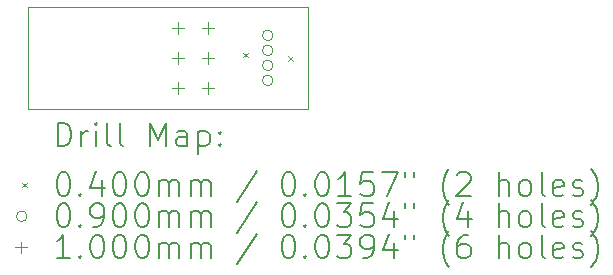
<source format=gbr>
%TF.GenerationSoftware,KiCad,Pcbnew,7.0.6*%
%TF.CreationDate,2024-05-07T00:55:21+03:00*%
%TF.ProjectId,board-led,626f6172-642d-46c6-9564-2e6b69636164,rev?*%
%TF.SameCoordinates,Original*%
%TF.FileFunction,Drillmap*%
%TF.FilePolarity,Positive*%
%FSLAX45Y45*%
G04 Gerber Fmt 4.5, Leading zero omitted, Abs format (unit mm)*
G04 Created by KiCad (PCBNEW 7.0.6) date 2024-05-07 00:55:21*
%MOMM*%
%LPD*%
G01*
G04 APERTURE LIST*
%ADD10C,0.100000*%
%ADD11C,0.200000*%
%ADD12C,0.040000*%
%ADD13C,0.090000*%
G04 APERTURE END LIST*
D10*
X8636000Y-7442200D02*
X11010900Y-7442200D01*
X11010900Y-8305800D01*
X8636000Y-8305800D01*
X8636000Y-7442200D01*
D11*
D12*
X10460000Y-7830000D02*
X10500000Y-7870000D01*
X10500000Y-7830000D02*
X10460000Y-7870000D01*
X10840000Y-7860000D02*
X10880000Y-7900000D01*
X10880000Y-7860000D02*
X10840000Y-7900000D01*
D13*
X10713000Y-7683500D02*
G75*
G03*
X10713000Y-7683500I-45000J0D01*
G01*
X10713000Y-7810500D02*
G75*
G03*
X10713000Y-7810500I-45000J0D01*
G01*
X10713000Y-7937500D02*
G75*
G03*
X10713000Y-7937500I-45000J0D01*
G01*
X10713000Y-8064500D02*
G75*
G03*
X10713000Y-8064500I-45000J0D01*
G01*
D10*
X9906000Y-7570000D02*
X9906000Y-7670000D01*
X9856000Y-7620000D02*
X9956000Y-7620000D01*
X9906000Y-7824000D02*
X9906000Y-7924000D01*
X9856000Y-7874000D02*
X9956000Y-7874000D01*
X9906000Y-8078000D02*
X9906000Y-8178000D01*
X9856000Y-8128000D02*
X9956000Y-8128000D01*
X10160000Y-7570000D02*
X10160000Y-7670000D01*
X10110000Y-7620000D02*
X10210000Y-7620000D01*
X10160000Y-7824000D02*
X10160000Y-7924000D01*
X10110000Y-7874000D02*
X10210000Y-7874000D01*
X10160000Y-8078000D02*
X10160000Y-8178000D01*
X10110000Y-8128000D02*
X10210000Y-8128000D01*
D11*
X8891777Y-8622284D02*
X8891777Y-8422284D01*
X8891777Y-8422284D02*
X8939396Y-8422284D01*
X8939396Y-8422284D02*
X8967967Y-8431808D01*
X8967967Y-8431808D02*
X8987015Y-8450855D01*
X8987015Y-8450855D02*
X8996539Y-8469903D01*
X8996539Y-8469903D02*
X9006063Y-8507998D01*
X9006063Y-8507998D02*
X9006063Y-8536570D01*
X9006063Y-8536570D02*
X8996539Y-8574665D01*
X8996539Y-8574665D02*
X8987015Y-8593712D01*
X8987015Y-8593712D02*
X8967967Y-8612760D01*
X8967967Y-8612760D02*
X8939396Y-8622284D01*
X8939396Y-8622284D02*
X8891777Y-8622284D01*
X9091777Y-8622284D02*
X9091777Y-8488950D01*
X9091777Y-8527046D02*
X9101301Y-8507998D01*
X9101301Y-8507998D02*
X9110824Y-8498474D01*
X9110824Y-8498474D02*
X9129872Y-8488950D01*
X9129872Y-8488950D02*
X9148920Y-8488950D01*
X9215586Y-8622284D02*
X9215586Y-8488950D01*
X9215586Y-8422284D02*
X9206063Y-8431808D01*
X9206063Y-8431808D02*
X9215586Y-8441331D01*
X9215586Y-8441331D02*
X9225110Y-8431808D01*
X9225110Y-8431808D02*
X9215586Y-8422284D01*
X9215586Y-8422284D02*
X9215586Y-8441331D01*
X9339396Y-8622284D02*
X9320348Y-8612760D01*
X9320348Y-8612760D02*
X9310824Y-8593712D01*
X9310824Y-8593712D02*
X9310824Y-8422284D01*
X9444158Y-8622284D02*
X9425110Y-8612760D01*
X9425110Y-8612760D02*
X9415586Y-8593712D01*
X9415586Y-8593712D02*
X9415586Y-8422284D01*
X9672729Y-8622284D02*
X9672729Y-8422284D01*
X9672729Y-8422284D02*
X9739396Y-8565141D01*
X9739396Y-8565141D02*
X9806063Y-8422284D01*
X9806063Y-8422284D02*
X9806063Y-8622284D01*
X9987015Y-8622284D02*
X9987015Y-8517522D01*
X9987015Y-8517522D02*
X9977491Y-8498474D01*
X9977491Y-8498474D02*
X9958444Y-8488950D01*
X9958444Y-8488950D02*
X9920348Y-8488950D01*
X9920348Y-8488950D02*
X9901301Y-8498474D01*
X9987015Y-8612760D02*
X9967967Y-8622284D01*
X9967967Y-8622284D02*
X9920348Y-8622284D01*
X9920348Y-8622284D02*
X9901301Y-8612760D01*
X9901301Y-8612760D02*
X9891777Y-8593712D01*
X9891777Y-8593712D02*
X9891777Y-8574665D01*
X9891777Y-8574665D02*
X9901301Y-8555617D01*
X9901301Y-8555617D02*
X9920348Y-8546093D01*
X9920348Y-8546093D02*
X9967967Y-8546093D01*
X9967967Y-8546093D02*
X9987015Y-8536570D01*
X10082253Y-8488950D02*
X10082253Y-8688950D01*
X10082253Y-8498474D02*
X10101301Y-8488950D01*
X10101301Y-8488950D02*
X10139396Y-8488950D01*
X10139396Y-8488950D02*
X10158444Y-8498474D01*
X10158444Y-8498474D02*
X10167967Y-8507998D01*
X10167967Y-8507998D02*
X10177491Y-8527046D01*
X10177491Y-8527046D02*
X10177491Y-8584189D01*
X10177491Y-8584189D02*
X10167967Y-8603236D01*
X10167967Y-8603236D02*
X10158444Y-8612760D01*
X10158444Y-8612760D02*
X10139396Y-8622284D01*
X10139396Y-8622284D02*
X10101301Y-8622284D01*
X10101301Y-8622284D02*
X10082253Y-8612760D01*
X10263205Y-8603236D02*
X10272729Y-8612760D01*
X10272729Y-8612760D02*
X10263205Y-8622284D01*
X10263205Y-8622284D02*
X10253682Y-8612760D01*
X10253682Y-8612760D02*
X10263205Y-8603236D01*
X10263205Y-8603236D02*
X10263205Y-8622284D01*
X10263205Y-8498474D02*
X10272729Y-8507998D01*
X10272729Y-8507998D02*
X10263205Y-8517522D01*
X10263205Y-8517522D02*
X10253682Y-8507998D01*
X10253682Y-8507998D02*
X10263205Y-8498474D01*
X10263205Y-8498474D02*
X10263205Y-8517522D01*
D12*
X8591000Y-8930800D02*
X8631000Y-8970800D01*
X8631000Y-8930800D02*
X8591000Y-8970800D01*
D11*
X8929872Y-8842284D02*
X8948920Y-8842284D01*
X8948920Y-8842284D02*
X8967967Y-8851808D01*
X8967967Y-8851808D02*
X8977491Y-8861331D01*
X8977491Y-8861331D02*
X8987015Y-8880379D01*
X8987015Y-8880379D02*
X8996539Y-8918474D01*
X8996539Y-8918474D02*
X8996539Y-8966093D01*
X8996539Y-8966093D02*
X8987015Y-9004189D01*
X8987015Y-9004189D02*
X8977491Y-9023236D01*
X8977491Y-9023236D02*
X8967967Y-9032760D01*
X8967967Y-9032760D02*
X8948920Y-9042284D01*
X8948920Y-9042284D02*
X8929872Y-9042284D01*
X8929872Y-9042284D02*
X8910824Y-9032760D01*
X8910824Y-9032760D02*
X8901301Y-9023236D01*
X8901301Y-9023236D02*
X8891777Y-9004189D01*
X8891777Y-9004189D02*
X8882253Y-8966093D01*
X8882253Y-8966093D02*
X8882253Y-8918474D01*
X8882253Y-8918474D02*
X8891777Y-8880379D01*
X8891777Y-8880379D02*
X8901301Y-8861331D01*
X8901301Y-8861331D02*
X8910824Y-8851808D01*
X8910824Y-8851808D02*
X8929872Y-8842284D01*
X9082253Y-9023236D02*
X9091777Y-9032760D01*
X9091777Y-9032760D02*
X9082253Y-9042284D01*
X9082253Y-9042284D02*
X9072729Y-9032760D01*
X9072729Y-9032760D02*
X9082253Y-9023236D01*
X9082253Y-9023236D02*
X9082253Y-9042284D01*
X9263205Y-8908950D02*
X9263205Y-9042284D01*
X9215586Y-8832760D02*
X9167967Y-8975617D01*
X9167967Y-8975617D02*
X9291777Y-8975617D01*
X9406063Y-8842284D02*
X9425110Y-8842284D01*
X9425110Y-8842284D02*
X9444158Y-8851808D01*
X9444158Y-8851808D02*
X9453682Y-8861331D01*
X9453682Y-8861331D02*
X9463205Y-8880379D01*
X9463205Y-8880379D02*
X9472729Y-8918474D01*
X9472729Y-8918474D02*
X9472729Y-8966093D01*
X9472729Y-8966093D02*
X9463205Y-9004189D01*
X9463205Y-9004189D02*
X9453682Y-9023236D01*
X9453682Y-9023236D02*
X9444158Y-9032760D01*
X9444158Y-9032760D02*
X9425110Y-9042284D01*
X9425110Y-9042284D02*
X9406063Y-9042284D01*
X9406063Y-9042284D02*
X9387015Y-9032760D01*
X9387015Y-9032760D02*
X9377491Y-9023236D01*
X9377491Y-9023236D02*
X9367967Y-9004189D01*
X9367967Y-9004189D02*
X9358444Y-8966093D01*
X9358444Y-8966093D02*
X9358444Y-8918474D01*
X9358444Y-8918474D02*
X9367967Y-8880379D01*
X9367967Y-8880379D02*
X9377491Y-8861331D01*
X9377491Y-8861331D02*
X9387015Y-8851808D01*
X9387015Y-8851808D02*
X9406063Y-8842284D01*
X9596539Y-8842284D02*
X9615586Y-8842284D01*
X9615586Y-8842284D02*
X9634634Y-8851808D01*
X9634634Y-8851808D02*
X9644158Y-8861331D01*
X9644158Y-8861331D02*
X9653682Y-8880379D01*
X9653682Y-8880379D02*
X9663205Y-8918474D01*
X9663205Y-8918474D02*
X9663205Y-8966093D01*
X9663205Y-8966093D02*
X9653682Y-9004189D01*
X9653682Y-9004189D02*
X9644158Y-9023236D01*
X9644158Y-9023236D02*
X9634634Y-9032760D01*
X9634634Y-9032760D02*
X9615586Y-9042284D01*
X9615586Y-9042284D02*
X9596539Y-9042284D01*
X9596539Y-9042284D02*
X9577491Y-9032760D01*
X9577491Y-9032760D02*
X9567967Y-9023236D01*
X9567967Y-9023236D02*
X9558444Y-9004189D01*
X9558444Y-9004189D02*
X9548920Y-8966093D01*
X9548920Y-8966093D02*
X9548920Y-8918474D01*
X9548920Y-8918474D02*
X9558444Y-8880379D01*
X9558444Y-8880379D02*
X9567967Y-8861331D01*
X9567967Y-8861331D02*
X9577491Y-8851808D01*
X9577491Y-8851808D02*
X9596539Y-8842284D01*
X9748920Y-9042284D02*
X9748920Y-8908950D01*
X9748920Y-8927998D02*
X9758444Y-8918474D01*
X9758444Y-8918474D02*
X9777491Y-8908950D01*
X9777491Y-8908950D02*
X9806063Y-8908950D01*
X9806063Y-8908950D02*
X9825110Y-8918474D01*
X9825110Y-8918474D02*
X9834634Y-8937522D01*
X9834634Y-8937522D02*
X9834634Y-9042284D01*
X9834634Y-8937522D02*
X9844158Y-8918474D01*
X9844158Y-8918474D02*
X9863205Y-8908950D01*
X9863205Y-8908950D02*
X9891777Y-8908950D01*
X9891777Y-8908950D02*
X9910825Y-8918474D01*
X9910825Y-8918474D02*
X9920348Y-8937522D01*
X9920348Y-8937522D02*
X9920348Y-9042284D01*
X10015586Y-9042284D02*
X10015586Y-8908950D01*
X10015586Y-8927998D02*
X10025110Y-8918474D01*
X10025110Y-8918474D02*
X10044158Y-8908950D01*
X10044158Y-8908950D02*
X10072729Y-8908950D01*
X10072729Y-8908950D02*
X10091777Y-8918474D01*
X10091777Y-8918474D02*
X10101301Y-8937522D01*
X10101301Y-8937522D02*
X10101301Y-9042284D01*
X10101301Y-8937522D02*
X10110825Y-8918474D01*
X10110825Y-8918474D02*
X10129872Y-8908950D01*
X10129872Y-8908950D02*
X10158444Y-8908950D01*
X10158444Y-8908950D02*
X10177491Y-8918474D01*
X10177491Y-8918474D02*
X10187015Y-8937522D01*
X10187015Y-8937522D02*
X10187015Y-9042284D01*
X10577491Y-8832760D02*
X10406063Y-9089903D01*
X10834634Y-8842284D02*
X10853682Y-8842284D01*
X10853682Y-8842284D02*
X10872729Y-8851808D01*
X10872729Y-8851808D02*
X10882253Y-8861331D01*
X10882253Y-8861331D02*
X10891777Y-8880379D01*
X10891777Y-8880379D02*
X10901301Y-8918474D01*
X10901301Y-8918474D02*
X10901301Y-8966093D01*
X10901301Y-8966093D02*
X10891777Y-9004189D01*
X10891777Y-9004189D02*
X10882253Y-9023236D01*
X10882253Y-9023236D02*
X10872729Y-9032760D01*
X10872729Y-9032760D02*
X10853682Y-9042284D01*
X10853682Y-9042284D02*
X10834634Y-9042284D01*
X10834634Y-9042284D02*
X10815587Y-9032760D01*
X10815587Y-9032760D02*
X10806063Y-9023236D01*
X10806063Y-9023236D02*
X10796539Y-9004189D01*
X10796539Y-9004189D02*
X10787015Y-8966093D01*
X10787015Y-8966093D02*
X10787015Y-8918474D01*
X10787015Y-8918474D02*
X10796539Y-8880379D01*
X10796539Y-8880379D02*
X10806063Y-8861331D01*
X10806063Y-8861331D02*
X10815587Y-8851808D01*
X10815587Y-8851808D02*
X10834634Y-8842284D01*
X10987015Y-9023236D02*
X10996539Y-9032760D01*
X10996539Y-9032760D02*
X10987015Y-9042284D01*
X10987015Y-9042284D02*
X10977491Y-9032760D01*
X10977491Y-9032760D02*
X10987015Y-9023236D01*
X10987015Y-9023236D02*
X10987015Y-9042284D01*
X11120348Y-8842284D02*
X11139396Y-8842284D01*
X11139396Y-8842284D02*
X11158444Y-8851808D01*
X11158444Y-8851808D02*
X11167968Y-8861331D01*
X11167968Y-8861331D02*
X11177491Y-8880379D01*
X11177491Y-8880379D02*
X11187015Y-8918474D01*
X11187015Y-8918474D02*
X11187015Y-8966093D01*
X11187015Y-8966093D02*
X11177491Y-9004189D01*
X11177491Y-9004189D02*
X11167968Y-9023236D01*
X11167968Y-9023236D02*
X11158444Y-9032760D01*
X11158444Y-9032760D02*
X11139396Y-9042284D01*
X11139396Y-9042284D02*
X11120348Y-9042284D01*
X11120348Y-9042284D02*
X11101301Y-9032760D01*
X11101301Y-9032760D02*
X11091777Y-9023236D01*
X11091777Y-9023236D02*
X11082253Y-9004189D01*
X11082253Y-9004189D02*
X11072729Y-8966093D01*
X11072729Y-8966093D02*
X11072729Y-8918474D01*
X11072729Y-8918474D02*
X11082253Y-8880379D01*
X11082253Y-8880379D02*
X11091777Y-8861331D01*
X11091777Y-8861331D02*
X11101301Y-8851808D01*
X11101301Y-8851808D02*
X11120348Y-8842284D01*
X11377491Y-9042284D02*
X11263206Y-9042284D01*
X11320348Y-9042284D02*
X11320348Y-8842284D01*
X11320348Y-8842284D02*
X11301301Y-8870855D01*
X11301301Y-8870855D02*
X11282253Y-8889903D01*
X11282253Y-8889903D02*
X11263206Y-8899427D01*
X11558444Y-8842284D02*
X11463206Y-8842284D01*
X11463206Y-8842284D02*
X11453682Y-8937522D01*
X11453682Y-8937522D02*
X11463206Y-8927998D01*
X11463206Y-8927998D02*
X11482253Y-8918474D01*
X11482253Y-8918474D02*
X11529872Y-8918474D01*
X11529872Y-8918474D02*
X11548920Y-8927998D01*
X11548920Y-8927998D02*
X11558444Y-8937522D01*
X11558444Y-8937522D02*
X11567967Y-8956570D01*
X11567967Y-8956570D02*
X11567967Y-9004189D01*
X11567967Y-9004189D02*
X11558444Y-9023236D01*
X11558444Y-9023236D02*
X11548920Y-9032760D01*
X11548920Y-9032760D02*
X11529872Y-9042284D01*
X11529872Y-9042284D02*
X11482253Y-9042284D01*
X11482253Y-9042284D02*
X11463206Y-9032760D01*
X11463206Y-9032760D02*
X11453682Y-9023236D01*
X11634634Y-8842284D02*
X11767967Y-8842284D01*
X11767967Y-8842284D02*
X11682253Y-9042284D01*
X11834634Y-8842284D02*
X11834634Y-8880379D01*
X11910825Y-8842284D02*
X11910825Y-8880379D01*
X12206063Y-9118474D02*
X12196539Y-9108950D01*
X12196539Y-9108950D02*
X12177491Y-9080379D01*
X12177491Y-9080379D02*
X12167968Y-9061331D01*
X12167968Y-9061331D02*
X12158444Y-9032760D01*
X12158444Y-9032760D02*
X12148920Y-8985141D01*
X12148920Y-8985141D02*
X12148920Y-8947046D01*
X12148920Y-8947046D02*
X12158444Y-8899427D01*
X12158444Y-8899427D02*
X12167968Y-8870855D01*
X12167968Y-8870855D02*
X12177491Y-8851808D01*
X12177491Y-8851808D02*
X12196539Y-8823236D01*
X12196539Y-8823236D02*
X12206063Y-8813712D01*
X12272729Y-8861331D02*
X12282253Y-8851808D01*
X12282253Y-8851808D02*
X12301301Y-8842284D01*
X12301301Y-8842284D02*
X12348920Y-8842284D01*
X12348920Y-8842284D02*
X12367968Y-8851808D01*
X12367968Y-8851808D02*
X12377491Y-8861331D01*
X12377491Y-8861331D02*
X12387015Y-8880379D01*
X12387015Y-8880379D02*
X12387015Y-8899427D01*
X12387015Y-8899427D02*
X12377491Y-8927998D01*
X12377491Y-8927998D02*
X12263206Y-9042284D01*
X12263206Y-9042284D02*
X12387015Y-9042284D01*
X12625110Y-9042284D02*
X12625110Y-8842284D01*
X12710825Y-9042284D02*
X12710825Y-8937522D01*
X12710825Y-8937522D02*
X12701301Y-8918474D01*
X12701301Y-8918474D02*
X12682253Y-8908950D01*
X12682253Y-8908950D02*
X12653682Y-8908950D01*
X12653682Y-8908950D02*
X12634634Y-8918474D01*
X12634634Y-8918474D02*
X12625110Y-8927998D01*
X12834634Y-9042284D02*
X12815587Y-9032760D01*
X12815587Y-9032760D02*
X12806063Y-9023236D01*
X12806063Y-9023236D02*
X12796539Y-9004189D01*
X12796539Y-9004189D02*
X12796539Y-8947046D01*
X12796539Y-8947046D02*
X12806063Y-8927998D01*
X12806063Y-8927998D02*
X12815587Y-8918474D01*
X12815587Y-8918474D02*
X12834634Y-8908950D01*
X12834634Y-8908950D02*
X12863206Y-8908950D01*
X12863206Y-8908950D02*
X12882253Y-8918474D01*
X12882253Y-8918474D02*
X12891777Y-8927998D01*
X12891777Y-8927998D02*
X12901301Y-8947046D01*
X12901301Y-8947046D02*
X12901301Y-9004189D01*
X12901301Y-9004189D02*
X12891777Y-9023236D01*
X12891777Y-9023236D02*
X12882253Y-9032760D01*
X12882253Y-9032760D02*
X12863206Y-9042284D01*
X12863206Y-9042284D02*
X12834634Y-9042284D01*
X13015587Y-9042284D02*
X12996539Y-9032760D01*
X12996539Y-9032760D02*
X12987015Y-9013712D01*
X12987015Y-9013712D02*
X12987015Y-8842284D01*
X13167968Y-9032760D02*
X13148920Y-9042284D01*
X13148920Y-9042284D02*
X13110825Y-9042284D01*
X13110825Y-9042284D02*
X13091777Y-9032760D01*
X13091777Y-9032760D02*
X13082253Y-9013712D01*
X13082253Y-9013712D02*
X13082253Y-8937522D01*
X13082253Y-8937522D02*
X13091777Y-8918474D01*
X13091777Y-8918474D02*
X13110825Y-8908950D01*
X13110825Y-8908950D02*
X13148920Y-8908950D01*
X13148920Y-8908950D02*
X13167968Y-8918474D01*
X13167968Y-8918474D02*
X13177491Y-8937522D01*
X13177491Y-8937522D02*
X13177491Y-8956570D01*
X13177491Y-8956570D02*
X13082253Y-8975617D01*
X13253682Y-9032760D02*
X13272730Y-9042284D01*
X13272730Y-9042284D02*
X13310825Y-9042284D01*
X13310825Y-9042284D02*
X13329872Y-9032760D01*
X13329872Y-9032760D02*
X13339396Y-9013712D01*
X13339396Y-9013712D02*
X13339396Y-9004189D01*
X13339396Y-9004189D02*
X13329872Y-8985141D01*
X13329872Y-8985141D02*
X13310825Y-8975617D01*
X13310825Y-8975617D02*
X13282253Y-8975617D01*
X13282253Y-8975617D02*
X13263206Y-8966093D01*
X13263206Y-8966093D02*
X13253682Y-8947046D01*
X13253682Y-8947046D02*
X13253682Y-8937522D01*
X13253682Y-8937522D02*
X13263206Y-8918474D01*
X13263206Y-8918474D02*
X13282253Y-8908950D01*
X13282253Y-8908950D02*
X13310825Y-8908950D01*
X13310825Y-8908950D02*
X13329872Y-8918474D01*
X13406063Y-9118474D02*
X13415587Y-9108950D01*
X13415587Y-9108950D02*
X13434634Y-9080379D01*
X13434634Y-9080379D02*
X13444158Y-9061331D01*
X13444158Y-9061331D02*
X13453682Y-9032760D01*
X13453682Y-9032760D02*
X13463206Y-8985141D01*
X13463206Y-8985141D02*
X13463206Y-8947046D01*
X13463206Y-8947046D02*
X13453682Y-8899427D01*
X13453682Y-8899427D02*
X13444158Y-8870855D01*
X13444158Y-8870855D02*
X13434634Y-8851808D01*
X13434634Y-8851808D02*
X13415587Y-8823236D01*
X13415587Y-8823236D02*
X13406063Y-8813712D01*
D13*
X8631000Y-9214800D02*
G75*
G03*
X8631000Y-9214800I-45000J0D01*
G01*
D11*
X8929872Y-9106284D02*
X8948920Y-9106284D01*
X8948920Y-9106284D02*
X8967967Y-9115808D01*
X8967967Y-9115808D02*
X8977491Y-9125331D01*
X8977491Y-9125331D02*
X8987015Y-9144379D01*
X8987015Y-9144379D02*
X8996539Y-9182474D01*
X8996539Y-9182474D02*
X8996539Y-9230093D01*
X8996539Y-9230093D02*
X8987015Y-9268189D01*
X8987015Y-9268189D02*
X8977491Y-9287236D01*
X8977491Y-9287236D02*
X8967967Y-9296760D01*
X8967967Y-9296760D02*
X8948920Y-9306284D01*
X8948920Y-9306284D02*
X8929872Y-9306284D01*
X8929872Y-9306284D02*
X8910824Y-9296760D01*
X8910824Y-9296760D02*
X8901301Y-9287236D01*
X8901301Y-9287236D02*
X8891777Y-9268189D01*
X8891777Y-9268189D02*
X8882253Y-9230093D01*
X8882253Y-9230093D02*
X8882253Y-9182474D01*
X8882253Y-9182474D02*
X8891777Y-9144379D01*
X8891777Y-9144379D02*
X8901301Y-9125331D01*
X8901301Y-9125331D02*
X8910824Y-9115808D01*
X8910824Y-9115808D02*
X8929872Y-9106284D01*
X9082253Y-9287236D02*
X9091777Y-9296760D01*
X9091777Y-9296760D02*
X9082253Y-9306284D01*
X9082253Y-9306284D02*
X9072729Y-9296760D01*
X9072729Y-9296760D02*
X9082253Y-9287236D01*
X9082253Y-9287236D02*
X9082253Y-9306284D01*
X9187015Y-9306284D02*
X9225110Y-9306284D01*
X9225110Y-9306284D02*
X9244158Y-9296760D01*
X9244158Y-9296760D02*
X9253682Y-9287236D01*
X9253682Y-9287236D02*
X9272729Y-9258665D01*
X9272729Y-9258665D02*
X9282253Y-9220570D01*
X9282253Y-9220570D02*
X9282253Y-9144379D01*
X9282253Y-9144379D02*
X9272729Y-9125331D01*
X9272729Y-9125331D02*
X9263205Y-9115808D01*
X9263205Y-9115808D02*
X9244158Y-9106284D01*
X9244158Y-9106284D02*
X9206063Y-9106284D01*
X9206063Y-9106284D02*
X9187015Y-9115808D01*
X9187015Y-9115808D02*
X9177491Y-9125331D01*
X9177491Y-9125331D02*
X9167967Y-9144379D01*
X9167967Y-9144379D02*
X9167967Y-9191998D01*
X9167967Y-9191998D02*
X9177491Y-9211046D01*
X9177491Y-9211046D02*
X9187015Y-9220570D01*
X9187015Y-9220570D02*
X9206063Y-9230093D01*
X9206063Y-9230093D02*
X9244158Y-9230093D01*
X9244158Y-9230093D02*
X9263205Y-9220570D01*
X9263205Y-9220570D02*
X9272729Y-9211046D01*
X9272729Y-9211046D02*
X9282253Y-9191998D01*
X9406063Y-9106284D02*
X9425110Y-9106284D01*
X9425110Y-9106284D02*
X9444158Y-9115808D01*
X9444158Y-9115808D02*
X9453682Y-9125331D01*
X9453682Y-9125331D02*
X9463205Y-9144379D01*
X9463205Y-9144379D02*
X9472729Y-9182474D01*
X9472729Y-9182474D02*
X9472729Y-9230093D01*
X9472729Y-9230093D02*
X9463205Y-9268189D01*
X9463205Y-9268189D02*
X9453682Y-9287236D01*
X9453682Y-9287236D02*
X9444158Y-9296760D01*
X9444158Y-9296760D02*
X9425110Y-9306284D01*
X9425110Y-9306284D02*
X9406063Y-9306284D01*
X9406063Y-9306284D02*
X9387015Y-9296760D01*
X9387015Y-9296760D02*
X9377491Y-9287236D01*
X9377491Y-9287236D02*
X9367967Y-9268189D01*
X9367967Y-9268189D02*
X9358444Y-9230093D01*
X9358444Y-9230093D02*
X9358444Y-9182474D01*
X9358444Y-9182474D02*
X9367967Y-9144379D01*
X9367967Y-9144379D02*
X9377491Y-9125331D01*
X9377491Y-9125331D02*
X9387015Y-9115808D01*
X9387015Y-9115808D02*
X9406063Y-9106284D01*
X9596539Y-9106284D02*
X9615586Y-9106284D01*
X9615586Y-9106284D02*
X9634634Y-9115808D01*
X9634634Y-9115808D02*
X9644158Y-9125331D01*
X9644158Y-9125331D02*
X9653682Y-9144379D01*
X9653682Y-9144379D02*
X9663205Y-9182474D01*
X9663205Y-9182474D02*
X9663205Y-9230093D01*
X9663205Y-9230093D02*
X9653682Y-9268189D01*
X9653682Y-9268189D02*
X9644158Y-9287236D01*
X9644158Y-9287236D02*
X9634634Y-9296760D01*
X9634634Y-9296760D02*
X9615586Y-9306284D01*
X9615586Y-9306284D02*
X9596539Y-9306284D01*
X9596539Y-9306284D02*
X9577491Y-9296760D01*
X9577491Y-9296760D02*
X9567967Y-9287236D01*
X9567967Y-9287236D02*
X9558444Y-9268189D01*
X9558444Y-9268189D02*
X9548920Y-9230093D01*
X9548920Y-9230093D02*
X9548920Y-9182474D01*
X9548920Y-9182474D02*
X9558444Y-9144379D01*
X9558444Y-9144379D02*
X9567967Y-9125331D01*
X9567967Y-9125331D02*
X9577491Y-9115808D01*
X9577491Y-9115808D02*
X9596539Y-9106284D01*
X9748920Y-9306284D02*
X9748920Y-9172950D01*
X9748920Y-9191998D02*
X9758444Y-9182474D01*
X9758444Y-9182474D02*
X9777491Y-9172950D01*
X9777491Y-9172950D02*
X9806063Y-9172950D01*
X9806063Y-9172950D02*
X9825110Y-9182474D01*
X9825110Y-9182474D02*
X9834634Y-9201522D01*
X9834634Y-9201522D02*
X9834634Y-9306284D01*
X9834634Y-9201522D02*
X9844158Y-9182474D01*
X9844158Y-9182474D02*
X9863205Y-9172950D01*
X9863205Y-9172950D02*
X9891777Y-9172950D01*
X9891777Y-9172950D02*
X9910825Y-9182474D01*
X9910825Y-9182474D02*
X9920348Y-9201522D01*
X9920348Y-9201522D02*
X9920348Y-9306284D01*
X10015586Y-9306284D02*
X10015586Y-9172950D01*
X10015586Y-9191998D02*
X10025110Y-9182474D01*
X10025110Y-9182474D02*
X10044158Y-9172950D01*
X10044158Y-9172950D02*
X10072729Y-9172950D01*
X10072729Y-9172950D02*
X10091777Y-9182474D01*
X10091777Y-9182474D02*
X10101301Y-9201522D01*
X10101301Y-9201522D02*
X10101301Y-9306284D01*
X10101301Y-9201522D02*
X10110825Y-9182474D01*
X10110825Y-9182474D02*
X10129872Y-9172950D01*
X10129872Y-9172950D02*
X10158444Y-9172950D01*
X10158444Y-9172950D02*
X10177491Y-9182474D01*
X10177491Y-9182474D02*
X10187015Y-9201522D01*
X10187015Y-9201522D02*
X10187015Y-9306284D01*
X10577491Y-9096760D02*
X10406063Y-9353903D01*
X10834634Y-9106284D02*
X10853682Y-9106284D01*
X10853682Y-9106284D02*
X10872729Y-9115808D01*
X10872729Y-9115808D02*
X10882253Y-9125331D01*
X10882253Y-9125331D02*
X10891777Y-9144379D01*
X10891777Y-9144379D02*
X10901301Y-9182474D01*
X10901301Y-9182474D02*
X10901301Y-9230093D01*
X10901301Y-9230093D02*
X10891777Y-9268189D01*
X10891777Y-9268189D02*
X10882253Y-9287236D01*
X10882253Y-9287236D02*
X10872729Y-9296760D01*
X10872729Y-9296760D02*
X10853682Y-9306284D01*
X10853682Y-9306284D02*
X10834634Y-9306284D01*
X10834634Y-9306284D02*
X10815587Y-9296760D01*
X10815587Y-9296760D02*
X10806063Y-9287236D01*
X10806063Y-9287236D02*
X10796539Y-9268189D01*
X10796539Y-9268189D02*
X10787015Y-9230093D01*
X10787015Y-9230093D02*
X10787015Y-9182474D01*
X10787015Y-9182474D02*
X10796539Y-9144379D01*
X10796539Y-9144379D02*
X10806063Y-9125331D01*
X10806063Y-9125331D02*
X10815587Y-9115808D01*
X10815587Y-9115808D02*
X10834634Y-9106284D01*
X10987015Y-9287236D02*
X10996539Y-9296760D01*
X10996539Y-9296760D02*
X10987015Y-9306284D01*
X10987015Y-9306284D02*
X10977491Y-9296760D01*
X10977491Y-9296760D02*
X10987015Y-9287236D01*
X10987015Y-9287236D02*
X10987015Y-9306284D01*
X11120348Y-9106284D02*
X11139396Y-9106284D01*
X11139396Y-9106284D02*
X11158444Y-9115808D01*
X11158444Y-9115808D02*
X11167968Y-9125331D01*
X11167968Y-9125331D02*
X11177491Y-9144379D01*
X11177491Y-9144379D02*
X11187015Y-9182474D01*
X11187015Y-9182474D02*
X11187015Y-9230093D01*
X11187015Y-9230093D02*
X11177491Y-9268189D01*
X11177491Y-9268189D02*
X11167968Y-9287236D01*
X11167968Y-9287236D02*
X11158444Y-9296760D01*
X11158444Y-9296760D02*
X11139396Y-9306284D01*
X11139396Y-9306284D02*
X11120348Y-9306284D01*
X11120348Y-9306284D02*
X11101301Y-9296760D01*
X11101301Y-9296760D02*
X11091777Y-9287236D01*
X11091777Y-9287236D02*
X11082253Y-9268189D01*
X11082253Y-9268189D02*
X11072729Y-9230093D01*
X11072729Y-9230093D02*
X11072729Y-9182474D01*
X11072729Y-9182474D02*
X11082253Y-9144379D01*
X11082253Y-9144379D02*
X11091777Y-9125331D01*
X11091777Y-9125331D02*
X11101301Y-9115808D01*
X11101301Y-9115808D02*
X11120348Y-9106284D01*
X11253682Y-9106284D02*
X11377491Y-9106284D01*
X11377491Y-9106284D02*
X11310825Y-9182474D01*
X11310825Y-9182474D02*
X11339396Y-9182474D01*
X11339396Y-9182474D02*
X11358444Y-9191998D01*
X11358444Y-9191998D02*
X11367967Y-9201522D01*
X11367967Y-9201522D02*
X11377491Y-9220570D01*
X11377491Y-9220570D02*
X11377491Y-9268189D01*
X11377491Y-9268189D02*
X11367967Y-9287236D01*
X11367967Y-9287236D02*
X11358444Y-9296760D01*
X11358444Y-9296760D02*
X11339396Y-9306284D01*
X11339396Y-9306284D02*
X11282253Y-9306284D01*
X11282253Y-9306284D02*
X11263206Y-9296760D01*
X11263206Y-9296760D02*
X11253682Y-9287236D01*
X11558444Y-9106284D02*
X11463206Y-9106284D01*
X11463206Y-9106284D02*
X11453682Y-9201522D01*
X11453682Y-9201522D02*
X11463206Y-9191998D01*
X11463206Y-9191998D02*
X11482253Y-9182474D01*
X11482253Y-9182474D02*
X11529872Y-9182474D01*
X11529872Y-9182474D02*
X11548920Y-9191998D01*
X11548920Y-9191998D02*
X11558444Y-9201522D01*
X11558444Y-9201522D02*
X11567967Y-9220570D01*
X11567967Y-9220570D02*
X11567967Y-9268189D01*
X11567967Y-9268189D02*
X11558444Y-9287236D01*
X11558444Y-9287236D02*
X11548920Y-9296760D01*
X11548920Y-9296760D02*
X11529872Y-9306284D01*
X11529872Y-9306284D02*
X11482253Y-9306284D01*
X11482253Y-9306284D02*
X11463206Y-9296760D01*
X11463206Y-9296760D02*
X11453682Y-9287236D01*
X11739396Y-9172950D02*
X11739396Y-9306284D01*
X11691777Y-9096760D02*
X11644158Y-9239617D01*
X11644158Y-9239617D02*
X11767967Y-9239617D01*
X11834634Y-9106284D02*
X11834634Y-9144379D01*
X11910825Y-9106284D02*
X11910825Y-9144379D01*
X12206063Y-9382474D02*
X12196539Y-9372950D01*
X12196539Y-9372950D02*
X12177491Y-9344379D01*
X12177491Y-9344379D02*
X12167968Y-9325331D01*
X12167968Y-9325331D02*
X12158444Y-9296760D01*
X12158444Y-9296760D02*
X12148920Y-9249141D01*
X12148920Y-9249141D02*
X12148920Y-9211046D01*
X12148920Y-9211046D02*
X12158444Y-9163427D01*
X12158444Y-9163427D02*
X12167968Y-9134855D01*
X12167968Y-9134855D02*
X12177491Y-9115808D01*
X12177491Y-9115808D02*
X12196539Y-9087236D01*
X12196539Y-9087236D02*
X12206063Y-9077712D01*
X12367968Y-9172950D02*
X12367968Y-9306284D01*
X12320348Y-9096760D02*
X12272729Y-9239617D01*
X12272729Y-9239617D02*
X12396539Y-9239617D01*
X12625110Y-9306284D02*
X12625110Y-9106284D01*
X12710825Y-9306284D02*
X12710825Y-9201522D01*
X12710825Y-9201522D02*
X12701301Y-9182474D01*
X12701301Y-9182474D02*
X12682253Y-9172950D01*
X12682253Y-9172950D02*
X12653682Y-9172950D01*
X12653682Y-9172950D02*
X12634634Y-9182474D01*
X12634634Y-9182474D02*
X12625110Y-9191998D01*
X12834634Y-9306284D02*
X12815587Y-9296760D01*
X12815587Y-9296760D02*
X12806063Y-9287236D01*
X12806063Y-9287236D02*
X12796539Y-9268189D01*
X12796539Y-9268189D02*
X12796539Y-9211046D01*
X12796539Y-9211046D02*
X12806063Y-9191998D01*
X12806063Y-9191998D02*
X12815587Y-9182474D01*
X12815587Y-9182474D02*
X12834634Y-9172950D01*
X12834634Y-9172950D02*
X12863206Y-9172950D01*
X12863206Y-9172950D02*
X12882253Y-9182474D01*
X12882253Y-9182474D02*
X12891777Y-9191998D01*
X12891777Y-9191998D02*
X12901301Y-9211046D01*
X12901301Y-9211046D02*
X12901301Y-9268189D01*
X12901301Y-9268189D02*
X12891777Y-9287236D01*
X12891777Y-9287236D02*
X12882253Y-9296760D01*
X12882253Y-9296760D02*
X12863206Y-9306284D01*
X12863206Y-9306284D02*
X12834634Y-9306284D01*
X13015587Y-9306284D02*
X12996539Y-9296760D01*
X12996539Y-9296760D02*
X12987015Y-9277712D01*
X12987015Y-9277712D02*
X12987015Y-9106284D01*
X13167968Y-9296760D02*
X13148920Y-9306284D01*
X13148920Y-9306284D02*
X13110825Y-9306284D01*
X13110825Y-9306284D02*
X13091777Y-9296760D01*
X13091777Y-9296760D02*
X13082253Y-9277712D01*
X13082253Y-9277712D02*
X13082253Y-9201522D01*
X13082253Y-9201522D02*
X13091777Y-9182474D01*
X13091777Y-9182474D02*
X13110825Y-9172950D01*
X13110825Y-9172950D02*
X13148920Y-9172950D01*
X13148920Y-9172950D02*
X13167968Y-9182474D01*
X13167968Y-9182474D02*
X13177491Y-9201522D01*
X13177491Y-9201522D02*
X13177491Y-9220570D01*
X13177491Y-9220570D02*
X13082253Y-9239617D01*
X13253682Y-9296760D02*
X13272730Y-9306284D01*
X13272730Y-9306284D02*
X13310825Y-9306284D01*
X13310825Y-9306284D02*
X13329872Y-9296760D01*
X13329872Y-9296760D02*
X13339396Y-9277712D01*
X13339396Y-9277712D02*
X13339396Y-9268189D01*
X13339396Y-9268189D02*
X13329872Y-9249141D01*
X13329872Y-9249141D02*
X13310825Y-9239617D01*
X13310825Y-9239617D02*
X13282253Y-9239617D01*
X13282253Y-9239617D02*
X13263206Y-9230093D01*
X13263206Y-9230093D02*
X13253682Y-9211046D01*
X13253682Y-9211046D02*
X13253682Y-9201522D01*
X13253682Y-9201522D02*
X13263206Y-9182474D01*
X13263206Y-9182474D02*
X13282253Y-9172950D01*
X13282253Y-9172950D02*
X13310825Y-9172950D01*
X13310825Y-9172950D02*
X13329872Y-9182474D01*
X13406063Y-9382474D02*
X13415587Y-9372950D01*
X13415587Y-9372950D02*
X13434634Y-9344379D01*
X13434634Y-9344379D02*
X13444158Y-9325331D01*
X13444158Y-9325331D02*
X13453682Y-9296760D01*
X13453682Y-9296760D02*
X13463206Y-9249141D01*
X13463206Y-9249141D02*
X13463206Y-9211046D01*
X13463206Y-9211046D02*
X13453682Y-9163427D01*
X13453682Y-9163427D02*
X13444158Y-9134855D01*
X13444158Y-9134855D02*
X13434634Y-9115808D01*
X13434634Y-9115808D02*
X13415587Y-9087236D01*
X13415587Y-9087236D02*
X13406063Y-9077712D01*
D10*
X8581000Y-9428800D02*
X8581000Y-9528800D01*
X8531000Y-9478800D02*
X8631000Y-9478800D01*
D11*
X8996539Y-9570284D02*
X8882253Y-9570284D01*
X8939396Y-9570284D02*
X8939396Y-9370284D01*
X8939396Y-9370284D02*
X8920348Y-9398855D01*
X8920348Y-9398855D02*
X8901301Y-9417903D01*
X8901301Y-9417903D02*
X8882253Y-9427427D01*
X9082253Y-9551236D02*
X9091777Y-9560760D01*
X9091777Y-9560760D02*
X9082253Y-9570284D01*
X9082253Y-9570284D02*
X9072729Y-9560760D01*
X9072729Y-9560760D02*
X9082253Y-9551236D01*
X9082253Y-9551236D02*
X9082253Y-9570284D01*
X9215586Y-9370284D02*
X9234634Y-9370284D01*
X9234634Y-9370284D02*
X9253682Y-9379808D01*
X9253682Y-9379808D02*
X9263205Y-9389331D01*
X9263205Y-9389331D02*
X9272729Y-9408379D01*
X9272729Y-9408379D02*
X9282253Y-9446474D01*
X9282253Y-9446474D02*
X9282253Y-9494093D01*
X9282253Y-9494093D02*
X9272729Y-9532189D01*
X9272729Y-9532189D02*
X9263205Y-9551236D01*
X9263205Y-9551236D02*
X9253682Y-9560760D01*
X9253682Y-9560760D02*
X9234634Y-9570284D01*
X9234634Y-9570284D02*
X9215586Y-9570284D01*
X9215586Y-9570284D02*
X9196539Y-9560760D01*
X9196539Y-9560760D02*
X9187015Y-9551236D01*
X9187015Y-9551236D02*
X9177491Y-9532189D01*
X9177491Y-9532189D02*
X9167967Y-9494093D01*
X9167967Y-9494093D02*
X9167967Y-9446474D01*
X9167967Y-9446474D02*
X9177491Y-9408379D01*
X9177491Y-9408379D02*
X9187015Y-9389331D01*
X9187015Y-9389331D02*
X9196539Y-9379808D01*
X9196539Y-9379808D02*
X9215586Y-9370284D01*
X9406063Y-9370284D02*
X9425110Y-9370284D01*
X9425110Y-9370284D02*
X9444158Y-9379808D01*
X9444158Y-9379808D02*
X9453682Y-9389331D01*
X9453682Y-9389331D02*
X9463205Y-9408379D01*
X9463205Y-9408379D02*
X9472729Y-9446474D01*
X9472729Y-9446474D02*
X9472729Y-9494093D01*
X9472729Y-9494093D02*
X9463205Y-9532189D01*
X9463205Y-9532189D02*
X9453682Y-9551236D01*
X9453682Y-9551236D02*
X9444158Y-9560760D01*
X9444158Y-9560760D02*
X9425110Y-9570284D01*
X9425110Y-9570284D02*
X9406063Y-9570284D01*
X9406063Y-9570284D02*
X9387015Y-9560760D01*
X9387015Y-9560760D02*
X9377491Y-9551236D01*
X9377491Y-9551236D02*
X9367967Y-9532189D01*
X9367967Y-9532189D02*
X9358444Y-9494093D01*
X9358444Y-9494093D02*
X9358444Y-9446474D01*
X9358444Y-9446474D02*
X9367967Y-9408379D01*
X9367967Y-9408379D02*
X9377491Y-9389331D01*
X9377491Y-9389331D02*
X9387015Y-9379808D01*
X9387015Y-9379808D02*
X9406063Y-9370284D01*
X9596539Y-9370284D02*
X9615586Y-9370284D01*
X9615586Y-9370284D02*
X9634634Y-9379808D01*
X9634634Y-9379808D02*
X9644158Y-9389331D01*
X9644158Y-9389331D02*
X9653682Y-9408379D01*
X9653682Y-9408379D02*
X9663205Y-9446474D01*
X9663205Y-9446474D02*
X9663205Y-9494093D01*
X9663205Y-9494093D02*
X9653682Y-9532189D01*
X9653682Y-9532189D02*
X9644158Y-9551236D01*
X9644158Y-9551236D02*
X9634634Y-9560760D01*
X9634634Y-9560760D02*
X9615586Y-9570284D01*
X9615586Y-9570284D02*
X9596539Y-9570284D01*
X9596539Y-9570284D02*
X9577491Y-9560760D01*
X9577491Y-9560760D02*
X9567967Y-9551236D01*
X9567967Y-9551236D02*
X9558444Y-9532189D01*
X9558444Y-9532189D02*
X9548920Y-9494093D01*
X9548920Y-9494093D02*
X9548920Y-9446474D01*
X9548920Y-9446474D02*
X9558444Y-9408379D01*
X9558444Y-9408379D02*
X9567967Y-9389331D01*
X9567967Y-9389331D02*
X9577491Y-9379808D01*
X9577491Y-9379808D02*
X9596539Y-9370284D01*
X9748920Y-9570284D02*
X9748920Y-9436950D01*
X9748920Y-9455998D02*
X9758444Y-9446474D01*
X9758444Y-9446474D02*
X9777491Y-9436950D01*
X9777491Y-9436950D02*
X9806063Y-9436950D01*
X9806063Y-9436950D02*
X9825110Y-9446474D01*
X9825110Y-9446474D02*
X9834634Y-9465522D01*
X9834634Y-9465522D02*
X9834634Y-9570284D01*
X9834634Y-9465522D02*
X9844158Y-9446474D01*
X9844158Y-9446474D02*
X9863205Y-9436950D01*
X9863205Y-9436950D02*
X9891777Y-9436950D01*
X9891777Y-9436950D02*
X9910825Y-9446474D01*
X9910825Y-9446474D02*
X9920348Y-9465522D01*
X9920348Y-9465522D02*
X9920348Y-9570284D01*
X10015586Y-9570284D02*
X10015586Y-9436950D01*
X10015586Y-9455998D02*
X10025110Y-9446474D01*
X10025110Y-9446474D02*
X10044158Y-9436950D01*
X10044158Y-9436950D02*
X10072729Y-9436950D01*
X10072729Y-9436950D02*
X10091777Y-9446474D01*
X10091777Y-9446474D02*
X10101301Y-9465522D01*
X10101301Y-9465522D02*
X10101301Y-9570284D01*
X10101301Y-9465522D02*
X10110825Y-9446474D01*
X10110825Y-9446474D02*
X10129872Y-9436950D01*
X10129872Y-9436950D02*
X10158444Y-9436950D01*
X10158444Y-9436950D02*
X10177491Y-9446474D01*
X10177491Y-9446474D02*
X10187015Y-9465522D01*
X10187015Y-9465522D02*
X10187015Y-9570284D01*
X10577491Y-9360760D02*
X10406063Y-9617903D01*
X10834634Y-9370284D02*
X10853682Y-9370284D01*
X10853682Y-9370284D02*
X10872729Y-9379808D01*
X10872729Y-9379808D02*
X10882253Y-9389331D01*
X10882253Y-9389331D02*
X10891777Y-9408379D01*
X10891777Y-9408379D02*
X10901301Y-9446474D01*
X10901301Y-9446474D02*
X10901301Y-9494093D01*
X10901301Y-9494093D02*
X10891777Y-9532189D01*
X10891777Y-9532189D02*
X10882253Y-9551236D01*
X10882253Y-9551236D02*
X10872729Y-9560760D01*
X10872729Y-9560760D02*
X10853682Y-9570284D01*
X10853682Y-9570284D02*
X10834634Y-9570284D01*
X10834634Y-9570284D02*
X10815587Y-9560760D01*
X10815587Y-9560760D02*
X10806063Y-9551236D01*
X10806063Y-9551236D02*
X10796539Y-9532189D01*
X10796539Y-9532189D02*
X10787015Y-9494093D01*
X10787015Y-9494093D02*
X10787015Y-9446474D01*
X10787015Y-9446474D02*
X10796539Y-9408379D01*
X10796539Y-9408379D02*
X10806063Y-9389331D01*
X10806063Y-9389331D02*
X10815587Y-9379808D01*
X10815587Y-9379808D02*
X10834634Y-9370284D01*
X10987015Y-9551236D02*
X10996539Y-9560760D01*
X10996539Y-9560760D02*
X10987015Y-9570284D01*
X10987015Y-9570284D02*
X10977491Y-9560760D01*
X10977491Y-9560760D02*
X10987015Y-9551236D01*
X10987015Y-9551236D02*
X10987015Y-9570284D01*
X11120348Y-9370284D02*
X11139396Y-9370284D01*
X11139396Y-9370284D02*
X11158444Y-9379808D01*
X11158444Y-9379808D02*
X11167968Y-9389331D01*
X11167968Y-9389331D02*
X11177491Y-9408379D01*
X11177491Y-9408379D02*
X11187015Y-9446474D01*
X11187015Y-9446474D02*
X11187015Y-9494093D01*
X11187015Y-9494093D02*
X11177491Y-9532189D01*
X11177491Y-9532189D02*
X11167968Y-9551236D01*
X11167968Y-9551236D02*
X11158444Y-9560760D01*
X11158444Y-9560760D02*
X11139396Y-9570284D01*
X11139396Y-9570284D02*
X11120348Y-9570284D01*
X11120348Y-9570284D02*
X11101301Y-9560760D01*
X11101301Y-9560760D02*
X11091777Y-9551236D01*
X11091777Y-9551236D02*
X11082253Y-9532189D01*
X11082253Y-9532189D02*
X11072729Y-9494093D01*
X11072729Y-9494093D02*
X11072729Y-9446474D01*
X11072729Y-9446474D02*
X11082253Y-9408379D01*
X11082253Y-9408379D02*
X11091777Y-9389331D01*
X11091777Y-9389331D02*
X11101301Y-9379808D01*
X11101301Y-9379808D02*
X11120348Y-9370284D01*
X11253682Y-9370284D02*
X11377491Y-9370284D01*
X11377491Y-9370284D02*
X11310825Y-9446474D01*
X11310825Y-9446474D02*
X11339396Y-9446474D01*
X11339396Y-9446474D02*
X11358444Y-9455998D01*
X11358444Y-9455998D02*
X11367967Y-9465522D01*
X11367967Y-9465522D02*
X11377491Y-9484570D01*
X11377491Y-9484570D02*
X11377491Y-9532189D01*
X11377491Y-9532189D02*
X11367967Y-9551236D01*
X11367967Y-9551236D02*
X11358444Y-9560760D01*
X11358444Y-9560760D02*
X11339396Y-9570284D01*
X11339396Y-9570284D02*
X11282253Y-9570284D01*
X11282253Y-9570284D02*
X11263206Y-9560760D01*
X11263206Y-9560760D02*
X11253682Y-9551236D01*
X11472729Y-9570284D02*
X11510825Y-9570284D01*
X11510825Y-9570284D02*
X11529872Y-9560760D01*
X11529872Y-9560760D02*
X11539396Y-9551236D01*
X11539396Y-9551236D02*
X11558444Y-9522665D01*
X11558444Y-9522665D02*
X11567967Y-9484570D01*
X11567967Y-9484570D02*
X11567967Y-9408379D01*
X11567967Y-9408379D02*
X11558444Y-9389331D01*
X11558444Y-9389331D02*
X11548920Y-9379808D01*
X11548920Y-9379808D02*
X11529872Y-9370284D01*
X11529872Y-9370284D02*
X11491777Y-9370284D01*
X11491777Y-9370284D02*
X11472729Y-9379808D01*
X11472729Y-9379808D02*
X11463206Y-9389331D01*
X11463206Y-9389331D02*
X11453682Y-9408379D01*
X11453682Y-9408379D02*
X11453682Y-9455998D01*
X11453682Y-9455998D02*
X11463206Y-9475046D01*
X11463206Y-9475046D02*
X11472729Y-9484570D01*
X11472729Y-9484570D02*
X11491777Y-9494093D01*
X11491777Y-9494093D02*
X11529872Y-9494093D01*
X11529872Y-9494093D02*
X11548920Y-9484570D01*
X11548920Y-9484570D02*
X11558444Y-9475046D01*
X11558444Y-9475046D02*
X11567967Y-9455998D01*
X11739396Y-9436950D02*
X11739396Y-9570284D01*
X11691777Y-9360760D02*
X11644158Y-9503617D01*
X11644158Y-9503617D02*
X11767967Y-9503617D01*
X11834634Y-9370284D02*
X11834634Y-9408379D01*
X11910825Y-9370284D02*
X11910825Y-9408379D01*
X12206063Y-9646474D02*
X12196539Y-9636950D01*
X12196539Y-9636950D02*
X12177491Y-9608379D01*
X12177491Y-9608379D02*
X12167968Y-9589331D01*
X12167968Y-9589331D02*
X12158444Y-9560760D01*
X12158444Y-9560760D02*
X12148920Y-9513141D01*
X12148920Y-9513141D02*
X12148920Y-9475046D01*
X12148920Y-9475046D02*
X12158444Y-9427427D01*
X12158444Y-9427427D02*
X12167968Y-9398855D01*
X12167968Y-9398855D02*
X12177491Y-9379808D01*
X12177491Y-9379808D02*
X12196539Y-9351236D01*
X12196539Y-9351236D02*
X12206063Y-9341712D01*
X12367968Y-9370284D02*
X12329872Y-9370284D01*
X12329872Y-9370284D02*
X12310825Y-9379808D01*
X12310825Y-9379808D02*
X12301301Y-9389331D01*
X12301301Y-9389331D02*
X12282253Y-9417903D01*
X12282253Y-9417903D02*
X12272729Y-9455998D01*
X12272729Y-9455998D02*
X12272729Y-9532189D01*
X12272729Y-9532189D02*
X12282253Y-9551236D01*
X12282253Y-9551236D02*
X12291777Y-9560760D01*
X12291777Y-9560760D02*
X12310825Y-9570284D01*
X12310825Y-9570284D02*
X12348920Y-9570284D01*
X12348920Y-9570284D02*
X12367968Y-9560760D01*
X12367968Y-9560760D02*
X12377491Y-9551236D01*
X12377491Y-9551236D02*
X12387015Y-9532189D01*
X12387015Y-9532189D02*
X12387015Y-9484570D01*
X12387015Y-9484570D02*
X12377491Y-9465522D01*
X12377491Y-9465522D02*
X12367968Y-9455998D01*
X12367968Y-9455998D02*
X12348920Y-9446474D01*
X12348920Y-9446474D02*
X12310825Y-9446474D01*
X12310825Y-9446474D02*
X12291777Y-9455998D01*
X12291777Y-9455998D02*
X12282253Y-9465522D01*
X12282253Y-9465522D02*
X12272729Y-9484570D01*
X12625110Y-9570284D02*
X12625110Y-9370284D01*
X12710825Y-9570284D02*
X12710825Y-9465522D01*
X12710825Y-9465522D02*
X12701301Y-9446474D01*
X12701301Y-9446474D02*
X12682253Y-9436950D01*
X12682253Y-9436950D02*
X12653682Y-9436950D01*
X12653682Y-9436950D02*
X12634634Y-9446474D01*
X12634634Y-9446474D02*
X12625110Y-9455998D01*
X12834634Y-9570284D02*
X12815587Y-9560760D01*
X12815587Y-9560760D02*
X12806063Y-9551236D01*
X12806063Y-9551236D02*
X12796539Y-9532189D01*
X12796539Y-9532189D02*
X12796539Y-9475046D01*
X12796539Y-9475046D02*
X12806063Y-9455998D01*
X12806063Y-9455998D02*
X12815587Y-9446474D01*
X12815587Y-9446474D02*
X12834634Y-9436950D01*
X12834634Y-9436950D02*
X12863206Y-9436950D01*
X12863206Y-9436950D02*
X12882253Y-9446474D01*
X12882253Y-9446474D02*
X12891777Y-9455998D01*
X12891777Y-9455998D02*
X12901301Y-9475046D01*
X12901301Y-9475046D02*
X12901301Y-9532189D01*
X12901301Y-9532189D02*
X12891777Y-9551236D01*
X12891777Y-9551236D02*
X12882253Y-9560760D01*
X12882253Y-9560760D02*
X12863206Y-9570284D01*
X12863206Y-9570284D02*
X12834634Y-9570284D01*
X13015587Y-9570284D02*
X12996539Y-9560760D01*
X12996539Y-9560760D02*
X12987015Y-9541712D01*
X12987015Y-9541712D02*
X12987015Y-9370284D01*
X13167968Y-9560760D02*
X13148920Y-9570284D01*
X13148920Y-9570284D02*
X13110825Y-9570284D01*
X13110825Y-9570284D02*
X13091777Y-9560760D01*
X13091777Y-9560760D02*
X13082253Y-9541712D01*
X13082253Y-9541712D02*
X13082253Y-9465522D01*
X13082253Y-9465522D02*
X13091777Y-9446474D01*
X13091777Y-9446474D02*
X13110825Y-9436950D01*
X13110825Y-9436950D02*
X13148920Y-9436950D01*
X13148920Y-9436950D02*
X13167968Y-9446474D01*
X13167968Y-9446474D02*
X13177491Y-9465522D01*
X13177491Y-9465522D02*
X13177491Y-9484570D01*
X13177491Y-9484570D02*
X13082253Y-9503617D01*
X13253682Y-9560760D02*
X13272730Y-9570284D01*
X13272730Y-9570284D02*
X13310825Y-9570284D01*
X13310825Y-9570284D02*
X13329872Y-9560760D01*
X13329872Y-9560760D02*
X13339396Y-9541712D01*
X13339396Y-9541712D02*
X13339396Y-9532189D01*
X13339396Y-9532189D02*
X13329872Y-9513141D01*
X13329872Y-9513141D02*
X13310825Y-9503617D01*
X13310825Y-9503617D02*
X13282253Y-9503617D01*
X13282253Y-9503617D02*
X13263206Y-9494093D01*
X13263206Y-9494093D02*
X13253682Y-9475046D01*
X13253682Y-9475046D02*
X13253682Y-9465522D01*
X13253682Y-9465522D02*
X13263206Y-9446474D01*
X13263206Y-9446474D02*
X13282253Y-9436950D01*
X13282253Y-9436950D02*
X13310825Y-9436950D01*
X13310825Y-9436950D02*
X13329872Y-9446474D01*
X13406063Y-9646474D02*
X13415587Y-9636950D01*
X13415587Y-9636950D02*
X13434634Y-9608379D01*
X13434634Y-9608379D02*
X13444158Y-9589331D01*
X13444158Y-9589331D02*
X13453682Y-9560760D01*
X13453682Y-9560760D02*
X13463206Y-9513141D01*
X13463206Y-9513141D02*
X13463206Y-9475046D01*
X13463206Y-9475046D02*
X13453682Y-9427427D01*
X13453682Y-9427427D02*
X13444158Y-9398855D01*
X13444158Y-9398855D02*
X13434634Y-9379808D01*
X13434634Y-9379808D02*
X13415587Y-9351236D01*
X13415587Y-9351236D02*
X13406063Y-9341712D01*
M02*

</source>
